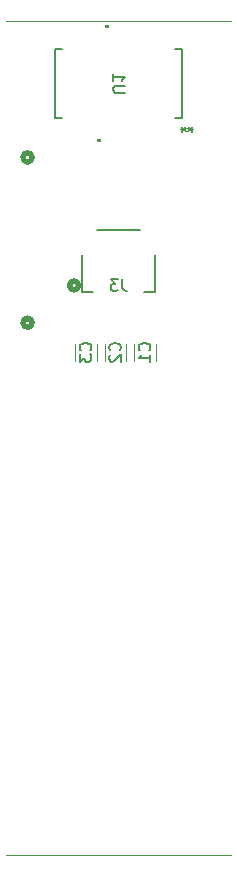
<source format=gbr>
%TF.GenerationSoftware,KiCad,Pcbnew,8.0.2*%
%TF.CreationDate,2024-05-27T22:07:24-04:00*%
%TF.ProjectId,tundraSaber,74756e64-7261-4536-9162-65722e6b6963,rev?*%
%TF.SameCoordinates,Original*%
%TF.FileFunction,Legend,Bot*%
%TF.FilePolarity,Positive*%
%FSLAX46Y46*%
G04 Gerber Fmt 4.6, Leading zero omitted, Abs format (unit mm)*
G04 Created by KiCad (PCBNEW 8.0.2) date 2024-05-27 22:07:24*
%MOMM*%
%LPD*%
G01*
G04 APERTURE LIST*
%ADD10C,0.100000*%
%ADD11C,0.150000*%
%ADD12C,0.120000*%
%ADD13C,0.152400*%
%ADD14C,0.000000*%
%ADD15C,0.508000*%
G04 APERTURE END LIST*
D10*
X-9500000Y7226000D02*
X9500000Y7226000D01*
X-9500000Y77774000D02*
X9500000Y77774000D01*
D11*
X-2390419Y49916666D02*
X-2342800Y49964285D01*
X-2342800Y49964285D02*
X-2295180Y50107142D01*
X-2295180Y50107142D02*
X-2295180Y50202380D01*
X-2295180Y50202380D02*
X-2342800Y50345237D01*
X-2342800Y50345237D02*
X-2438038Y50440475D01*
X-2438038Y50440475D02*
X-2533276Y50488094D01*
X-2533276Y50488094D02*
X-2723752Y50535713D01*
X-2723752Y50535713D02*
X-2866609Y50535713D01*
X-2866609Y50535713D02*
X-3057085Y50488094D01*
X-3057085Y50488094D02*
X-3152323Y50440475D01*
X-3152323Y50440475D02*
X-3247561Y50345237D01*
X-3247561Y50345237D02*
X-3295180Y50202380D01*
X-3295180Y50202380D02*
X-3295180Y50107142D01*
X-3295180Y50107142D02*
X-3247561Y49964285D01*
X-3247561Y49964285D02*
X-3199942Y49916666D01*
X-3295180Y49583332D02*
X-3295180Y48964285D01*
X-3295180Y48964285D02*
X-2914228Y49297618D01*
X-2914228Y49297618D02*
X-2914228Y49154761D01*
X-2914228Y49154761D02*
X-2866609Y49059523D01*
X-2866609Y49059523D02*
X-2818990Y49011904D01*
X-2818990Y49011904D02*
X-2723752Y48964285D01*
X-2723752Y48964285D02*
X-2485657Y48964285D01*
X-2485657Y48964285D02*
X-2390419Y49011904D01*
X-2390419Y49011904D02*
X-2342800Y49059523D01*
X-2342800Y49059523D02*
X-2295180Y49154761D01*
X-2295180Y49154761D02*
X-2295180Y49440475D01*
X-2295180Y49440475D02*
X-2342800Y49535713D01*
X-2342800Y49535713D02*
X-2390419Y49583332D01*
X109580Y49916666D02*
X157200Y49964285D01*
X157200Y49964285D02*
X204819Y50107142D01*
X204819Y50107142D02*
X204819Y50202380D01*
X204819Y50202380D02*
X157200Y50345237D01*
X157200Y50345237D02*
X61961Y50440475D01*
X61961Y50440475D02*
X-33276Y50488094D01*
X-33276Y50488094D02*
X-223752Y50535713D01*
X-223752Y50535713D02*
X-366609Y50535713D01*
X-366609Y50535713D02*
X-557085Y50488094D01*
X-557085Y50488094D02*
X-652323Y50440475D01*
X-652323Y50440475D02*
X-747561Y50345237D01*
X-747561Y50345237D02*
X-795180Y50202380D01*
X-795180Y50202380D02*
X-795180Y50107142D01*
X-795180Y50107142D02*
X-747561Y49964285D01*
X-747561Y49964285D02*
X-699942Y49916666D01*
X-699942Y49535713D02*
X-747561Y49488094D01*
X-747561Y49488094D02*
X-795180Y49392856D01*
X-795180Y49392856D02*
X-795180Y49154761D01*
X-795180Y49154761D02*
X-747561Y49059523D01*
X-747561Y49059523D02*
X-699942Y49011904D01*
X-699942Y49011904D02*
X-604704Y48964285D01*
X-604704Y48964285D02*
X-509466Y48964285D01*
X-509466Y48964285D02*
X-366609Y49011904D01*
X-366609Y49011904D02*
X204819Y49583332D01*
X204819Y49583332D02*
X204819Y48964285D01*
X2609580Y49916666D02*
X2657200Y49964285D01*
X2657200Y49964285D02*
X2704819Y50107142D01*
X2704819Y50107142D02*
X2704819Y50202380D01*
X2704819Y50202380D02*
X2657200Y50345237D01*
X2657200Y50345237D02*
X2561961Y50440475D01*
X2561961Y50440475D02*
X2466723Y50488094D01*
X2466723Y50488094D02*
X2276247Y50535713D01*
X2276247Y50535713D02*
X2133390Y50535713D01*
X2133390Y50535713D02*
X1942914Y50488094D01*
X1942914Y50488094D02*
X1847676Y50440475D01*
X1847676Y50440475D02*
X1752438Y50345237D01*
X1752438Y50345237D02*
X1704819Y50202380D01*
X1704819Y50202380D02*
X1704819Y50107142D01*
X1704819Y50107142D02*
X1752438Y49964285D01*
X1752438Y49964285D02*
X1800057Y49916666D01*
X2704819Y48964285D02*
X2704819Y49535713D01*
X2704819Y49249999D02*
X1704819Y49249999D01*
X1704819Y49249999D02*
X1847676Y49345237D01*
X1847676Y49345237D02*
X1942914Y49440475D01*
X1942914Y49440475D02*
X1990533Y49535713D01*
X545180Y71738095D02*
X-264342Y71738095D01*
X-264342Y71738095D02*
X-359580Y71785714D01*
X-359580Y71785714D02*
X-407200Y71833333D01*
X-407200Y71833333D02*
X-454819Y71928571D01*
X-454819Y71928571D02*
X-454819Y72119047D01*
X-454819Y72119047D02*
X-407200Y72214285D01*
X-407200Y72214285D02*
X-359580Y72261904D01*
X-359580Y72261904D02*
X-264342Y72309523D01*
X-264342Y72309523D02*
X545180Y72309523D01*
X-454819Y73309523D02*
X-454819Y72738095D01*
X-454819Y73023809D02*
X545180Y73023809D01*
X545180Y73023809D02*
X402323Y72928571D01*
X402323Y72928571D02*
X307085Y72833333D01*
X307085Y72833333D02*
X259466Y72738095D01*
X6344980Y68618199D02*
X6106885Y68618199D01*
X6202123Y68380104D02*
X6106885Y68618199D01*
X6106885Y68618199D02*
X6202123Y68856294D01*
X5916409Y68475342D02*
X6106885Y68618199D01*
X6106885Y68618199D02*
X5916409Y68761056D01*
X5254619Y68618198D02*
X5492714Y68618198D01*
X5397476Y68856293D02*
X5492714Y68618198D01*
X5492714Y68618198D02*
X5397476Y68380103D01*
X5683190Y68761055D02*
X5492714Y68618198D01*
X5492714Y68618198D02*
X5683190Y68475341D01*
X333333Y55946680D02*
X333333Y55232395D01*
X333333Y55232395D02*
X380952Y55089538D01*
X380952Y55089538D02*
X476190Y54994300D01*
X476190Y54994300D02*
X619047Y54946680D01*
X619047Y54946680D02*
X714285Y54946680D01*
X-47619Y55946680D02*
X-666666Y55946680D01*
X-666666Y55946680D02*
X-333333Y55565728D01*
X-333333Y55565728D02*
X-476190Y55565728D01*
X-476190Y55565728D02*
X-571428Y55518109D01*
X-571428Y55518109D02*
X-619047Y55470490D01*
X-619047Y55470490D02*
X-666666Y55375252D01*
X-666666Y55375252D02*
X-666666Y55137157D01*
X-666666Y55137157D02*
X-619047Y55041919D01*
X-619047Y55041919D02*
X-571428Y54994300D01*
X-571428Y54994300D02*
X-476190Y54946680D01*
X-476190Y54946680D02*
X-190476Y54946680D01*
X-190476Y54946680D02*
X-95238Y54994300D01*
X-95238Y54994300D02*
X-47619Y55041919D01*
D12*
%TO.C,C3*%
X-3660000Y49038748D02*
X-3660000Y50461252D01*
X-1840000Y49038748D02*
X-1840000Y50461252D01*
%TO.C,C2*%
X-1160000Y49038748D02*
X-1160000Y50461252D01*
X660000Y49038748D02*
X660000Y50461252D01*
%TO.C,C1*%
X1340000Y49038748D02*
X1340000Y50461252D01*
X3160000Y49038748D02*
X3160000Y50461252D01*
D13*
%TO.C,U1*%
X5377000Y75426999D02*
X4773640Y75426999D01*
X-5377000Y69573001D02*
X-4773638Y69573001D01*
X4773640Y69573001D02*
X5377000Y69573001D01*
X5377000Y69573001D02*
X5377000Y75426999D01*
X-4773640Y75426999D02*
X-5377000Y75426999D01*
X-5377000Y75426999D02*
X-5377000Y69573001D01*
D14*
G36*
X-784499Y77209602D02*
G01*
X-1165499Y77209602D01*
X-1165499Y77463602D01*
X-784499Y77463602D01*
X-784499Y77209602D01*
G37*
G36*
X-1434498Y67536398D02*
G01*
X-1815498Y67536398D01*
X-1815498Y67790398D01*
X-1434498Y67790398D01*
X-1434498Y67536398D01*
G37*
D13*
%TO.C,J3*%
X-3124200Y54896500D02*
X-2162940Y54896500D01*
X3124200Y54896500D02*
X3124200Y57991261D01*
X1819559Y60103500D02*
X-1819559Y60103500D01*
X-3124200Y57991261D02*
X-3124200Y54896500D01*
X2162940Y54896500D02*
X3124200Y54896500D01*
D15*
X-3378200Y55401500D02*
G75*
G02*
X-4140200Y55401500I-381000J0D01*
G01*
X-4140200Y55401500D02*
G75*
G02*
X-3378200Y55401500I381000J0D01*
G01*
%TO.C,J2*%
X-7309000Y52250001D02*
G75*
G02*
X-8071000Y52250001I-381000J0D01*
G01*
X-8071000Y52250001D02*
G75*
G02*
X-7309000Y52250001I381000J0D01*
G01*
%TO.C,J1*%
X-7309000Y66250001D02*
G75*
G02*
X-8071000Y66250001I-381000J0D01*
G01*
X-8071000Y66250001D02*
G75*
G02*
X-7309000Y66250001I381000J0D01*
G01*
%TD*%
M02*

</source>
